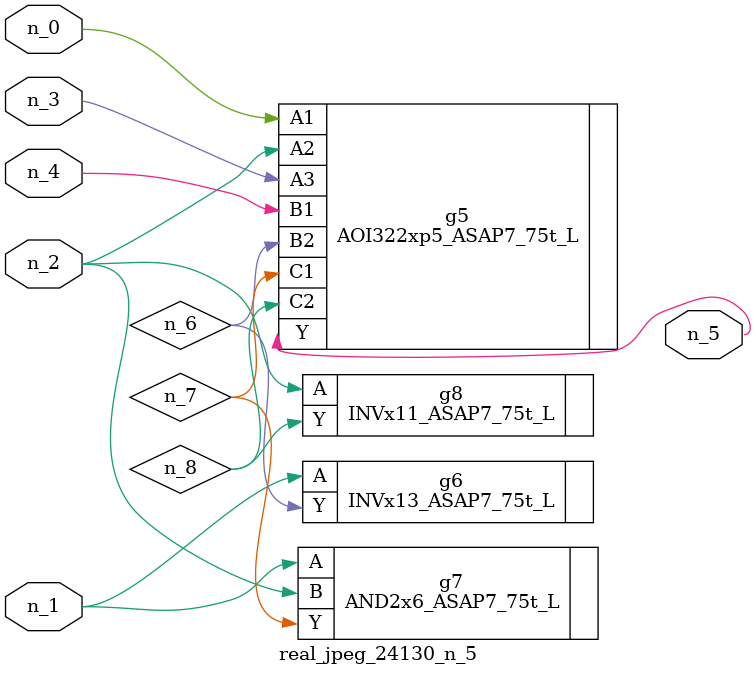
<source format=v>
module real_jpeg_24130_n_5 (n_4, n_0, n_1, n_2, n_3, n_5);

input n_4;
input n_0;
input n_1;
input n_2;
input n_3;

output n_5;

wire n_8;
wire n_6;
wire n_7;

AOI322xp5_ASAP7_75t_L g5 ( 
.A1(n_0),
.A2(n_2),
.A3(n_3),
.B1(n_4),
.B2(n_6),
.C1(n_7),
.C2(n_8),
.Y(n_5)
);

INVx13_ASAP7_75t_L g6 ( 
.A(n_1),
.Y(n_6)
);

AND2x6_ASAP7_75t_L g7 ( 
.A(n_1),
.B(n_2),
.Y(n_7)
);

INVx11_ASAP7_75t_L g8 ( 
.A(n_2),
.Y(n_8)
);


endmodule
</source>
